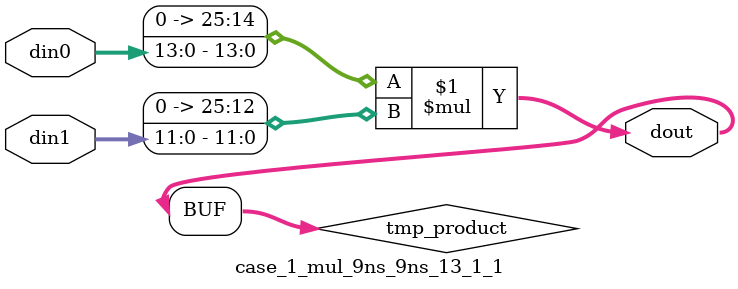
<source format=v>

`timescale 1 ns / 1 ps

 (* use_dsp = "no" *)  module case_1_mul_9ns_9ns_13_1_1(din0, din1, dout);
parameter ID = 1;
parameter NUM_STAGE = 0;
parameter din0_WIDTH = 14;
parameter din1_WIDTH = 12;
parameter dout_WIDTH = 26;

input [din0_WIDTH - 1 : 0] din0; 
input [din1_WIDTH - 1 : 0] din1; 
output [dout_WIDTH - 1 : 0] dout;

wire signed [dout_WIDTH - 1 : 0] tmp_product;
























assign tmp_product = $signed({1'b0, din0}) * $signed({1'b0, din1});











assign dout = tmp_product;





















endmodule

</source>
